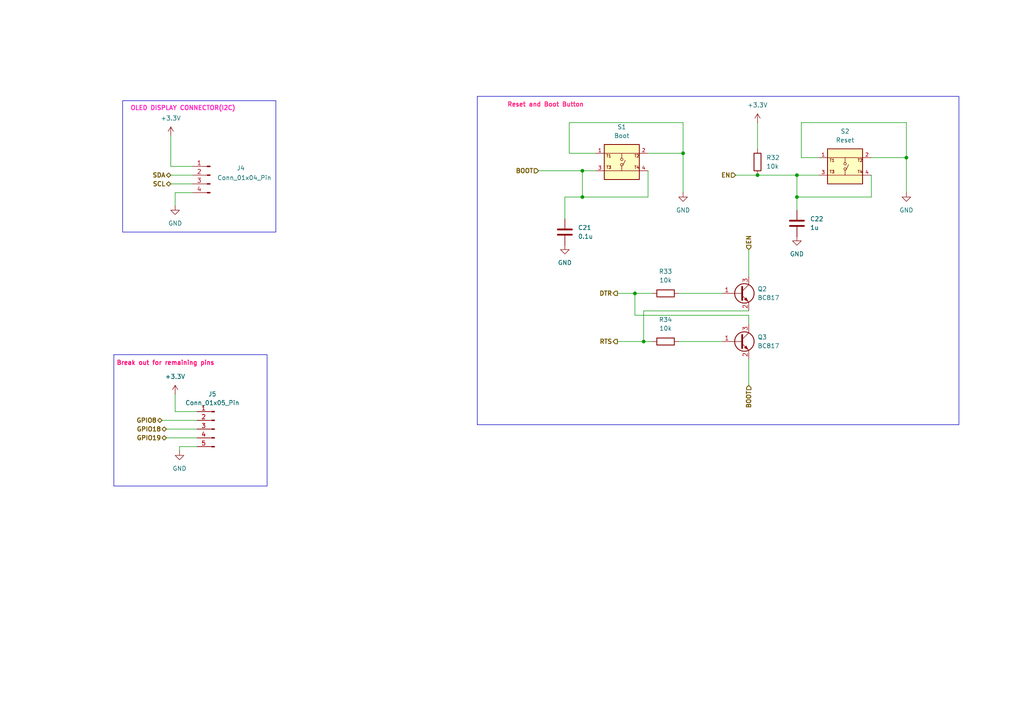
<source format=kicad_sch>
(kicad_sch (version 20250114) (generator "eeschema") (generator_version "9.0")
  (paper "A4")
  (lib_symbols
    (symbol "Connector:Conn_01x04_Pin" (pin_names (offset 1.016) (hide yes))
      (property "Reference" "J" (at 0 5.08 0))
      (property "Value" "Conn_01x04_Pin" (at 0 -7.62 0))
      (symbol "Conn_01x04_Pin_1_1"
        (rectangle (start 0.8636 2.667) (end 0 2.413) (stroke (width 0.1524)) (fill (type outline)))
        (rectangle (start 0.8636 0.127) (end 0 -0.127) (stroke (width 0.1524)) (fill (type outline)))
        (rectangle (start 0.8636 -2.413) (end 0 -2.667) (stroke (width 0.1524)) (fill (type outline)))
        (rectangle (start 0.8636 -4.953) (end 0 -5.207) (stroke (width 0.1524)) (fill (type outline)))
        (polyline (pts (xy 1.27 2.54) (xy 0.8636 2.54)) (stroke (width 0.1524)))
        (polyline (pts (xy 1.27 0) (xy 0.8636 0)) (stroke (width 0.1524)))
        (polyline (pts (xy 1.27 -2.54) (xy 0.8636 -2.54)) (stroke (width 0.1524)))
        (polyline (pts (xy 1.27 -5.08) (xy 0.8636 -5.08)) (stroke (width 0.1524)))
        (pin passive line (at 5.08 2.54 180) (length 3.81) (name "Pin_1") (number "1"))
        (pin passive line (at 5.08 0 180) (length 3.81) (name "Pin_2") (number "2"))
        (pin passive line (at 5.08 -2.54 180) (length 3.81) (name "Pin_3") (number "3"))
        (pin passive line (at 5.08 -5.08 180) (length 3.81) (name "Pin_4") (number "4"))
      )
    )
    (symbol "Connector:Conn_01x05_Pin" (pin_names (offset 1.016) (hide yes))
      (property "Reference" "J" (at 0 7.62 0))
      (property "Value" "Conn_01x05_Pin" (at 0 -7.62 0))
      (symbol "Conn_01x05_Pin_1_1"
        (rectangle (start 0.8636 5.207) (end 0 4.953) (stroke (width 0.1524)) (fill (type outline)))
        (rectangle (start 0.8636 2.667) (end 0 2.413) (stroke (width 0.1524)) (fill (type outline)))
        (rectangle (start 0.8636 0.127) (end 0 -0.127) (stroke (width 0.1524)) (fill (type outline)))
        (rectangle (start 0.8636 -2.413) (end 0 -2.667) (stroke (width 0.1524)) (fill (type outline)))
        (rectangle (start 0.8636 -4.953) (end 0 -5.207) (stroke (width 0.1524)) (fill (type outline)))
        (polyline (pts (xy 1.27 5.08) (xy 0.8636 5.08)) (stroke (width 0.1524)))
        (polyline (pts (xy 1.27 2.54) (xy 0.8636 2.54)) (stroke (width 0.1524)))
        (polyline (pts (xy 1.27 0) (xy 0.8636 0)) (stroke (width 0.1524)))
        (polyline (pts (xy 1.27 -2.54) (xy 0.8636 -2.54)) (stroke (width 0.1524)))
        (polyline (pts (xy 1.27 -5.08) (xy 0.8636 -5.08)) (stroke (width 0.1524)))
        (pin passive line (at 5.08 5.08 180) (length 3.81) (name "Pin_1") (number "1"))
        (pin passive line (at 5.08 2.54 180) (length 3.81) (name "Pin_2") (number "2"))
        (pin passive line (at 5.08 0 180) (length 3.81) (name "Pin_3") (number "3"))
        (pin passive line (at 5.08 -2.54 180) (length 3.81) (name "Pin_4") (number "4"))
        (pin passive line (at 5.08 -5.08 180) (length 3.81) (name "Pin_5") (number "5"))
      )
    )
    (symbol "Device:C" (pin_numbers (hide yes)) (pin_names (offset 0.254))
      (property "Reference" "C" (at 0.635 2.54 0))
      (property "Value" "C" (at 0.635 -2.54 0))
      (symbol "C_0_1"
        (polyline (pts (xy -2.032 0.762) (xy 2.032 0.762)) (stroke (width 0.508)))
        (polyline (pts (xy -2.032 -0.762) (xy 2.032 -0.762)) (stroke (width 0.508)))
      )
      (symbol "C_1_1"
        (pin passive line (at 0 3.81 270) (length 2.794) (name "~") (number "1"))
        (pin passive line (at 0 -3.81 90) (length 2.794) (name "~") (number "2"))
      )
    )
    (symbol "Device:R" (pin_numbers (hide yes)) (pin_names (offset 0))
      (property "Reference" "R" (at 2.032 0 90))
      (property "Value" "R" (at 0 0 90))
      (symbol "R_0_1"
        (rectangle (start -1.016 -2.54) (end 1.016 2.54) (stroke (width 0.254)))
      )
      (symbol "R_1_1"
        (pin passive line (at 0 3.81 270) (length 1.27) (name "~") (number "1"))
        (pin passive line (at 0 -3.81 90) (length 1.27) (name "~") (number "2"))
      )
    )
    (symbol "Transistor_BJT:BC817" (pin_names (offset 0) (hide yes))
      (property "Reference" "Q" (at 5.08 1.905 0))
      (property "Value" "BC817" (at 5.08 0 0))
      (symbol "BC817_0_1"
        (polyline (pts (xy -2.54 0) (xy 0.635 0)))
        (polyline (pts (xy 0.635 1.905) (xy 0.635 -1.905)) (stroke (width 0.508)))
        (circle (center 1.27 0) (radius 2.8194) (stroke (width 0.254)))
      )
      (symbol "BC817_1_1"
        (polyline (pts (xy 0.635 0.635) (xy 2.54 2.54)))
        (polyline (pts (xy 0.635 -0.635) (xy 2.54 -2.54)))
        (polyline (pts (xy 1.27 -1.778) (xy 1.778 -1.27) (xy 2.286 -2.286) (xy 1.27 -1.778)) (fill (type outline)))
        (pin input line (at -5.08 0 0) (length 2.54) (name "B") (number "1"))
        (pin passive line (at 2.54 5.08 270) (length 2.54) (name "C") (number "3"))
        (pin passive line (at 2.54 -5.08 90) (length 2.54) (name "E") (number "2"))
      )
    )
    (symbol "USLPT2819DT2TR:USLPT2819DT2TR" (pin_names (offset 1.016))
      (property "Reference" "S" (at -5.08 5.08 0))
      (property "Value" "USLPT2819DT2TR" (at -5.08 -7.62 0))
      (symbol "USLPT2819DT2TR_0_0"
        (polyline (pts (xy -5.08 2.54) (xy 0 2.54)) (stroke (width 0.1524)))
        (polyline (pts (xy -5.08 -2.54) (xy 0 -2.54)) (stroke (width 0.1524)))
        (rectangle (start -5.08 -5.08) (end 5.08 5.08) (stroke (width 0.254)) (fill (type background)))
        (polyline (pts (xy 0 2.54) (xy 5.08 2.54)) (stroke (width 0.1524)))
        (polyline (pts (xy 0 1.143) (xy 0 2.54)) (stroke (width 0.1524)))
        (circle (center 0 0.762) (radius 0.3592) (stroke (width 0.1524)))
        (circle (center 0 -0.762) (radius 0.3592) (stroke (width 0.1524)))
        (polyline (pts (xy 0 -2.54) (xy 0 -1.143)) (stroke (width 0.1524)))
        (polyline (pts (xy 0 -2.54) (xy 5.08 -2.54)) (stroke (width 0.1524)))
        (polyline (pts (xy 0.254 -1.016) (xy 1.016 0.508)) (stroke (width 0.1524)))
        (text "T1" (at -4.572 1.27 0) (effects (font (size 0.8128 0.8128)) (justify left bottom)))
        (text "T3" (at -4.572 -2.032 0) (effects (font (size 0.8128 0.8128)) (justify left bottom)))
        (text "T2" (at 3.556 1.27 0) (effects (font (size 0.8128 0.8128)) (justify left bottom)))
        (text "T4" (at 3.556 -2.032 0) (effects (font (size 0.8128 0.8128)) (justify left bottom)))
        (pin passive line (at -7.62 2.54 0) (length 2.54) (name "~") (number "1"))
        (pin passive line (at -7.62 -2.54 0) (length 2.54) (name "~") (number "3"))
        (pin passive line (at 7.62 2.54 180) (length 2.54) (name "~") (number "2"))
        (pin passive line (at 7.62 -2.54 180) (length 2.54) (name "~") (number "4"))
      )
    )
    (symbol "power:+3.3V" (power) (pin_numbers (hide yes)) (pin_names (offset 0) (hide yes))
      (property "Value" "+3.3V" (at 0 3.556 0))
      (symbol "+3.3V_0_1"
        (polyline (pts (xy -0.762 1.27) (xy 0 2.54)))
        (polyline (pts (xy 0 2.54) (xy 0.762 1.27)))
        (polyline (pts (xy 0 0) (xy 0 2.54)))
      )
      (symbol "+3.3V_1_1"
        (pin power_in line (at 0 0 90) (length 0) (name "~") (number "1"))
      )
    )
    (symbol "power:GND" (power) (pin_numbers (hide yes)) (pin_names (offset 0) (hide yes))
      (property "Value" "GND" (at 0 -3.81 0))
      (symbol "GND_0_1"
        (polyline (pts (xy 0 0) (xy 0 -1.27) (xy 1.27 -1.27) (xy 0 -2.54) (xy -1.27 -1.27) (xy 0 -1.27)))
      )
      (symbol "GND_1_1"
        (pin power_in line (at 0 0 270) (length 0) (name "~") (number "1"))
      )
    )
  )
  (rectangle (start 35.56 29.21) (end 80.01 67.31))
  (rectangle (start 33.02 102.87) (end 77.47 140.97))
  (rectangle (start 138.43 27.94) (end 278.13 123.19))
  (text "Reset and Boot Button" (at 158.242 30.48 0) (effects (font (size 1.27 1.27) (thickness 0.254) (bold yes))))
  (text "Break out for remaining pins" (at 48.006 105.41 0) (effects (font (size 1.27 1.27) (thickness 0.254) (bold yes))))
  (text "OLED DISPLAY CONNECTOR(I2C)" (at 53.086 31.496 0) (effects (font (size 1.27 1.27) (thickness 0.254) (bold yes))))
  (junction (at 262.89 45.72))
  (junction (at 231.14 57.15))
  (junction (at 219.71 50.8))
  (junction (at 186.69 99.06))
  (junction (at 231.14 50.8))
  (junction (at 168.91 49.53))
  (junction (at 184.15 85.09))
  (junction (at 168.91 57.15))
  (junction (at 198.12 44.45))
  (wire (pts (xy 198.12 35.56) (xy 198.12 44.45)))
  (wire (pts (xy 217.17 104.14) (xy 217.17 111.76)))
  (wire (pts (xy 46.99 121.92) (xy 57.15 121.92)))
  (wire (pts (xy 196.85 85.09) (xy 209.55 85.09)))
  (wire (pts (xy 217.17 72.39) (xy 217.17 80.01)))
  (wire (pts (xy 48.26 124.46) (xy 57.15 124.46)))
  (wire (pts (xy 52.07 129.54) (xy 52.07 130.81)))
  (wire (pts (xy 168.91 49.53) (xy 172.72 49.53)))
  (wire (pts (xy 165.1 44.45) (xy 165.1 35.56)))
  (wire (pts (xy 168.91 57.15) (xy 163.83 57.15)))
  (wire (pts (xy 168.91 49.53) (xy 168.91 57.15)))
  (wire (pts (xy 198.12 44.45) (xy 198.12 55.88)))
  (wire (pts (xy 179.07 85.09) (xy 184.15 85.09)))
  (wire (pts (xy 232.41 35.56) (xy 262.89 35.56)))
  (wire (pts (xy 187.96 57.15) (xy 168.91 57.15)))
  (wire (pts (xy 55.88 55.88) (xy 50.8 55.88)))
  (wire (pts (xy 231.14 57.15) (xy 231.14 60.96)))
  (wire (pts (xy 186.69 90.17) (xy 186.69 99.06)))
  (wire (pts (xy 50.8 119.38) (xy 50.8 114.3)))
  (wire (pts (xy 156.21 49.53) (xy 168.91 49.53)))
  (wire (pts (xy 231.14 50.8) (xy 237.49 50.8)))
  (wire (pts (xy 184.15 91.44) (xy 184.15 85.09)))
  (wire (pts (xy 262.89 35.56) (xy 262.89 45.72)))
  (wire (pts (xy 49.53 39.37) (xy 49.53 48.26)))
  (wire (pts (xy 187.96 49.53) (xy 187.96 57.15)))
  (wire (pts (xy 163.83 57.15) (xy 163.83 63.5)))
  (wire (pts (xy 57.15 119.38) (xy 50.8 119.38)))
  (wire (pts (xy 57.15 129.54) (xy 52.07 129.54)))
  (wire (pts (xy 213.36 50.8) (xy 219.71 50.8)))
  (wire (pts (xy 49.53 53.34) (xy 55.88 53.34)))
  (wire (pts (xy 252.73 45.72) (xy 262.89 45.72)))
  (wire (pts (xy 179.07 99.06) (xy 186.69 99.06)))
  (wire (pts (xy 217.17 91.44) (xy 184.15 91.44)))
  (wire (pts (xy 172.72 44.45) (xy 165.1 44.45)))
  (wire (pts (xy 48.26 127) (xy 57.15 127)))
  (wire (pts (xy 219.71 50.8) (xy 231.14 50.8)))
  (wire (pts (xy 186.69 99.06) (xy 189.23 99.06)))
  (wire (pts (xy 50.8 55.88) (xy 50.8 59.69)))
  (wire (pts (xy 262.89 45.72) (xy 262.89 55.88)))
  (wire (pts (xy 252.73 57.15) (xy 231.14 57.15)))
  (wire (pts (xy 49.53 50.8) (xy 55.88 50.8)))
  (wire (pts (xy 165.1 35.56) (xy 198.12 35.56)))
  (wire (pts (xy 187.96 44.45) (xy 198.12 44.45)))
  (wire (pts (xy 231.14 50.8) (xy 231.14 57.15)))
  (wire (pts (xy 252.73 50.8) (xy 252.73 57.15)))
  (wire (pts (xy 217.17 93.98) (xy 217.17 91.44)))
  (wire (pts (xy 232.41 45.72) (xy 232.41 35.56)))
  (wire (pts (xy 184.15 85.09) (xy 189.23 85.09)))
  (wire (pts (xy 196.85 99.06) (xy 209.55 99.06)))
  (wire (pts (xy 217.17 90.17) (xy 186.69 90.17)))
  (wire (pts (xy 49.53 48.26) (xy 55.88 48.26)))
  (wire (pts (xy 219.71 35.56) (xy 219.71 43.18)))
  (wire (pts (xy 237.49 45.72) (xy 232.41 45.72)))
  (hierarchical_label "RTS" (shape output) (at 179.07 99.06 180) (effects (font (thickness 0.254) (bold yes))))
  (hierarchical_label "BOOT" (shape input) (at 217.17 111.76 270) (effects (font (thickness 0.254) (bold yes))))
  (hierarchical_label "GPIO18" (shape bidirectional) (at 48.26 124.46 180) (effects (font (thickness 0.254) (bold yes))))
  (hierarchical_label "SCL" (shape bidirectional) (at 49.53 53.34 180) (effects (font (thickness 0.254) (bold yes))))
  (hierarchical_label "GPIO8" (shape bidirectional) (at 46.99 121.92 180) (effects (font (thickness 0.254) (bold yes))))
  (hierarchical_label "DTR" (shape output) (at 179.07 85.09 180) (effects (font (thickness 0.254) (bold yes))))
  (hierarchical_label "EN" (shape input) (at 217.17 72.39 90) (effects (font (thickness 0.254) (bold yes))))
  (hierarchical_label "GPIO19" (shape bidirectional) (at 48.26 127 180) (effects (font (thickness 0.254) (bold yes))))
  (hierarchical_label "SDA" (shape bidirectional) (at 49.53 50.8 180) (effects (font (thickness 0.254) (bold yes))))
  (hierarchical_label "EN" (shape input) (at 213.36 50.8 180) (effects (font (thickness 0.254) (bold yes))))
  (hierarchical_label "BOOT" (shape input) (at 156.21 49.53 180) (effects (font (thickness 0.254) (bold yes))))
  (symbol (lib_id "USLPT2819DT2TR:USLPT2819DT2TR") (at 180.34 46.99 0) (unit 1)
    (property "Reference" "S1" (at 180.34 36.83 0))
    (property "Value" "Boot" (at 180.34 39.37 0))
    (property "Footprint" "USLPT2819DT2TR:SW_USLPT2819DT2TR" (effects (hide yes)))
    (property "MF" "TE Connectivity" (effects (hide yes)))
    (property "Description_1" "Tactile Switch SPST-NO Top Actuated Surface Mount" (effects (hide yes)))
    (property "Package" "None" (effects (hide yes)))
    (property "Price" "None" (effects (hide yes)))
    (property "Check_prices" "https://www.snapeda.com/parts/USLPT2819DT2TR/TE+Connectivity+ALCOSWITCH+Switches/view-part/?ref=eda" (effects (hide yes)))
    (property "STANDARD" "Manufacturer Recommendations" (effects (hide yes)))
    (property "PARTREV" "P" (effects (hide yes)))
    (property "SnapEDA_Link" "https://www.snapeda.com/parts/USLPT2819DT2TR/TE+Connectivity+ALCOSWITCH+Switches/view-part/?ref=snap" (effects (hide yes)))
    (property "MP" "USLPT2819DT2TR" (effects (hide yes)))
    (property "Availability" "In Stock" (effects (hide yes)))
    (property "MANUFACTURER" "TE CONNECTIVITY" (effects (hide yes)))
  )
  (symbol (lib_id "Device:C") (at 163.83 67.31 0) (unit 1)
    (property "Reference" "C21" (at 167.64 66.0399 0) (effects (justify left)))
    (property "Value" "0.1u" (at 167.64 68.5799 0) (effects (justify left)))
    (property "Footprint" "Capacitor_SMD:C_0805_2012Metric" (effects (hide yes)))
    (property "Description" "Unpolarized capacitor" (effects (hide yes)))
  )
  (symbol (lib_id "power:GND") (at 231.14 68.58 0) (unit 1)
    (property "Reference" "#PWR052" (effects (hide yes)))
    (property "Value" "GND" (at 231.14 73.66 0))
    (property "Description" "Power symbol creates a global label with name \"GND\" , ground" (effects (hide yes)))
  )
  (symbol (lib_id "Connector:Conn_01x05_Pin") (at 62.23 124.46 0) (mirror y) (unit 1)
    (property "Reference" "J5" (at 61.595 114.3 0))
    (property "Value" "Conn_01x05_Pin" (at 61.595 116.84 0))
    (property "Footprint" "Connector_PinHeader_2.54mm:PinHeader_1x05_P2.54mm_Vertical" (effects (hide yes)))
    (property "Description" "Generic connector, single row, 01x05, script generated" (effects (hide yes)))
  )
  (symbol (lib_id "power:GND") (at 262.89 55.88 0) (unit 1)
    (property "Reference" "#PWR053" (effects (hide yes)))
    (property "Value" "GND" (at 262.89 60.96 0))
    (property "Description" "Power symbol creates a global label with name \"GND\" , ground" (effects (hide yes)))
  )
  (symbol (lib_id "power:GND") (at 50.8 59.69 0) (unit 1)
    (property "Reference" "#PWR046" (effects (hide yes)))
    (property "Value" "GND" (at 50.8 64.77 0))
    (property "Description" "Power symbol creates a global label with name \"GND\" , ground" (effects (hide yes)))
  )
  (symbol (lib_id "Transistor_BJT:BC817") (at 214.63 85.09 0) (unit 1)
    (property "Reference" "Q2" (at 219.71 83.8199 0) (effects (justify left)))
    (property "Value" "BC817" (at 219.71 86.3599 0) (effects (justify left)))
    (property "Footprint" "Package_TO_SOT_SMD:SOT-23" (effects (hide yes)))
    (property "Datasheet" "https://www.onsemi.com/pub/Collateral/BC818-D.pdf" (effects (hide yes)))
    (property "Description" "0.8A Ic, 45V Vce, NPN Transistor, SOT-23" (effects (hide yes)))
  )
  (symbol (lib_id "Device:R") (at 193.04 99.06 90) (unit 1)
    (property "Reference" "R34" (at 193.04 92.71 90))
    (property "Value" "10k" (at 193.04 95.25 90))
    (property "Footprint" "Resistor_SMD:R_0805_2012Metric" (effects (hide yes)))
    (property "Description" "Resistor" (effects (hide yes)))
  )
  (symbol (lib_id "Device:C") (at 231.14 64.77 0) (unit 1)
    (property "Reference" "C22" (at 234.95 63.4999 0) (effects (justify left)))
    (property "Value" "1u" (at 234.95 66.0399 0) (effects (justify left)))
    (property "Footprint" "Capacitor_SMD:C_0805_2012Metric" (effects (hide yes)))
    (property "Description" "Unpolarized capacitor" (effects (hide yes)))
  )
  (symbol (lib_id "Device:R") (at 193.04 85.09 90) (unit 1)
    (property "Reference" "R33" (at 193.04 78.74 90))
    (property "Value" "10k" (at 193.04 81.28 90))
    (property "Footprint" "Resistor_SMD:R_0805_2012Metric" (effects (hide yes)))
    (property "Description" "Resistor" (effects (hide yes)))
  )
  (symbol (lib_id "power:GND") (at 52.07 130.81 0) (unit 1)
    (property "Reference" "#PWR049" (effects (hide yes)))
    (property "Value" "GND" (at 52.07 135.89 0))
    (property "Description" "Power symbol creates a global label with name \"GND\" , ground" (effects (hide yes)))
  )
  (symbol (lib_id "Device:R") (at 219.71 46.99 0) (unit 1)
    (property "Reference" "R32" (at 222.25 45.7199 0) (effects (justify left)))
    (property "Value" "10k" (at 222.25 48.2599 0) (effects (justify left)))
    (property "Footprint" "Resistor_SMD:R_0805_2012Metric" (effects (hide yes)))
    (property "Description" "Resistor" (effects (hide yes)))
  )
  (symbol (lib_id "Transistor_BJT:BC817") (at 214.63 99.06 0) (unit 1)
    (property "Reference" "Q3" (at 219.71 97.7899 0) (effects (justify left)))
    (property "Value" "BC817" (at 219.71 100.3299 0) (effects (justify left)))
    (property "Footprint" "Package_TO_SOT_SMD:SOT-23" (effects (hide yes)))
    (property "Datasheet" "https://www.onsemi.com/pub/Collateral/BC818-D.pdf" (effects (hide yes)))
    (property "Description" "0.8A Ic, 45V Vce, NPN Transistor, SOT-23" (effects (hide yes)))
  )
  (symbol (lib_id "power:+3.3V") (at 50.8 114.3 0) (unit 1)
    (property "Reference" "#PWR048" (effects (hide yes)))
    (property "Value" "+3.3V" (at 50.8 109.22 0))
    (property "Description" "Power symbol creates a global label with name \"+3.3V\"" (effects (hide yes)))
  )
  (symbol (lib_id "USLPT2819DT2TR:USLPT2819DT2TR") (at 245.11 48.26 0) (unit 1)
    (property "Reference" "S2" (at 245.11 38.1 0))
    (property "Value" "Reset" (at 245.11 40.64 0))
    (property "Footprint" "USLPT2819DT2TR:SW_USLPT2819DT2TR" (effects (hide yes)))
    (property "MF" "TE Connectivity" (effects (hide yes)))
    (property "Description_1" "Tactile Switch SPST-NO Top Actuated Surface Mount" (effects (hide yes)))
    (property "Package" "None" (effects (hide yes)))
    (property "Price" "None" (effects (hide yes)))
    (property "Check_prices" "https://www.snapeda.com/parts/USLPT2819DT2TR/TE+Connectivity+ALCOSWITCH+Switches/view-part/?ref=eda" (effects (hide yes)))
    (property "STANDARD" "Manufacturer Recommendations" (effects (hide yes)))
    (property "PARTREV" "P" (effects (hide yes)))
    (property "SnapEDA_Link" "https://www.snapeda.com/parts/USLPT2819DT2TR/TE+Connectivity+ALCOSWITCH+Switches/view-part/?ref=snap" (effects (hide yes)))
    (property "MP" "USLPT2819DT2TR" (effects (hide yes)))
    (property "Availability" "In Stock" (effects (hide yes)))
    (property "MANUFACTURER" "TE CONNECTIVITY" (effects (hide yes)))
  )
  (symbol (lib_id "power:GND") (at 198.12 55.88 0) (unit 1)
    (property "Reference" "#PWR051" (effects (hide yes)))
    (property "Value" "GND" (at 198.12 60.96 0))
    (property "Description" "Power symbol creates a global label with name \"GND\" , ground" (effects (hide yes)))
  )
  (symbol (lib_id "Connector:Conn_01x04_Pin") (at 60.96 50.8 0) (mirror y) (unit 1)
    (property "Reference" "J4" (at 69.85 48.768 0))
    (property "Value" "Conn_01x04_Pin" (at 70.866 51.562 0))
    (property "Footprint" "Connector_PinHeader_2.54mm:PinHeader_1x04_P2.54mm_Vertical" (effects (hide yes)))
    (property "Description" "Generic connector, single row, 01x04, script generated" (effects (hide yes)))
  )
  (symbol (lib_id "power:+3.3V") (at 219.71 35.56 0) (unit 1)
    (property "Reference" "#PWR054" (effects (hide yes)))
    (property "Value" "+3.3V" (at 219.71 30.48 0))
    (property "Description" "Power symbol creates a global label with name \"+3.3V\"" (effects (hide yes)))
  )
  (symbol (lib_id "power:+3.3V") (at 49.53 39.37 0) (unit 1)
    (property "Reference" "#PWR047" (effects (hide yes)))
    (property "Value" "+3.3V" (at 49.53 34.29 0))
    (property "Description" "Power symbol creates a global label with name \"+3.3V\"" (effects (hide yes)))
  )
  (symbol (lib_id "power:GND") (at 163.83 71.12 0) (unit 1)
    (property "Reference" "#PWR050" (effects (hide yes)))
    (property "Value" "GND" (at 163.83 76.2 0))
    (property "Description" "Power symbol creates a global label with name \"GND\" , ground" (effects (hide yes)))
  )
)
</source>
